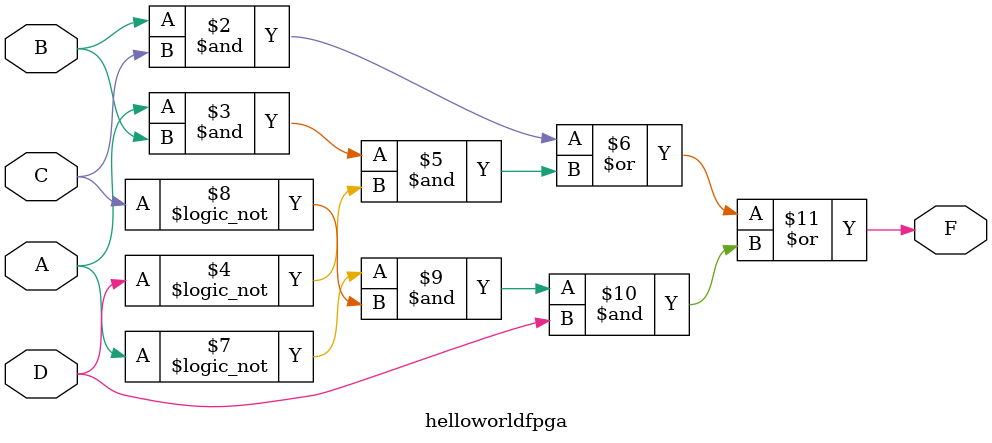
<source format=v>
module helloworldfpga(

	input wire A,
	input wire B,
	input wire C,
	input wire D,

	output wire F,
	);
	
	always @(*)
	begin
        F=((B&C)|(A&B&(!D))|(!A)&(!C)&D);  	
	end
	endmodule

</source>
